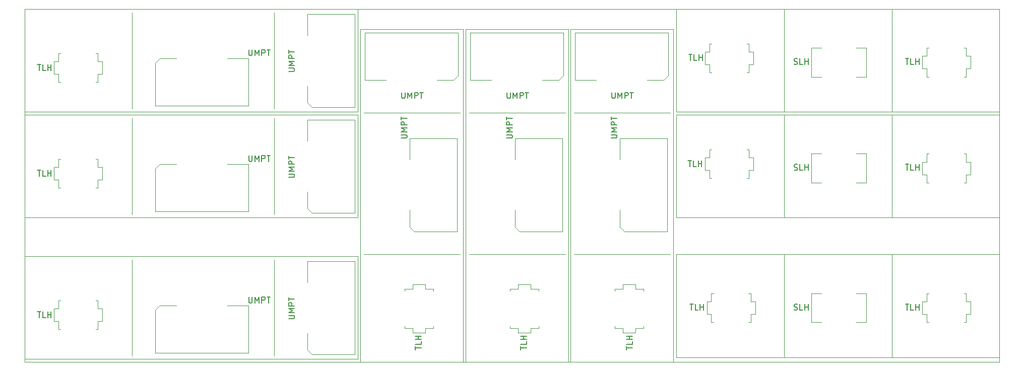
<source format=gbr>
G04 #@! TF.GenerationSoftware,KiCad,Pcbnew,(5.1.4)-1*
G04 #@! TF.CreationDate,2019-11-22T14:34:32-08:00*
G04 #@! TF.ProjectId,Type1 Termination Board v2 (UMPT_ TLH),54797065-3120-4546-9572-6d696e617469,rev?*
G04 #@! TF.SameCoordinates,Original*
G04 #@! TF.FileFunction,Legend,Top*
G04 #@! TF.FilePolarity,Positive*
%FSLAX46Y46*%
G04 Gerber Fmt 4.6, Leading zero omitted, Abs format (unit mm)*
G04 Created by KiCad (PCBNEW (5.1.4)-1) date 2019-11-22 14:34:32*
%MOMM*%
%LPD*%
G04 APERTURE LIST*
%ADD10C,0.050000*%
%ADD11C,0.120000*%
%ADD12C,0.150000*%
G04 APERTURE END LIST*
D10*
X175900000Y-70700000D02*
X175900000Y-71500000D01*
X12100000Y-71500000D02*
X12100000Y-12100000D01*
X175900000Y-71500000D02*
X12100000Y-71500000D01*
X175900000Y-12100000D02*
X175900000Y-70700000D01*
X12100000Y-12100000D02*
X175900000Y-12100000D01*
X157800000Y-53400000D02*
X157800000Y-70700000D01*
X157800000Y-29900000D02*
X157800000Y-47200000D01*
X157800000Y-29400000D02*
X139700000Y-29400000D01*
X139700000Y-29400000D02*
X139700000Y-12100000D01*
X157800000Y-12100000D02*
X157800000Y-29400000D01*
X139700000Y-29400000D02*
X139700000Y-12100000D01*
X157800000Y-47200000D02*
X139700000Y-47200000D01*
X139700000Y-47200000D02*
X139700000Y-29900000D01*
X157800000Y-29900000D02*
X157800000Y-47200000D01*
X139700000Y-47200000D02*
X139700000Y-29900000D01*
X139700000Y-29900000D02*
X157800000Y-29900000D01*
X157800000Y-70700000D02*
X139700000Y-70700000D01*
X139700000Y-70700000D02*
X139700000Y-53400000D01*
X157800000Y-53400000D02*
X157800000Y-70700000D01*
X139700000Y-70700000D02*
X139700000Y-53400000D01*
X139700000Y-53400000D02*
X157800000Y-53400000D01*
X157800000Y-53400000D02*
X175900000Y-53400000D01*
X175900000Y-70700000D02*
X157800000Y-70700000D01*
X157800000Y-29900000D02*
X175900000Y-29900000D01*
X175900000Y-47200000D02*
X157800000Y-47200000D01*
X157800000Y-29400000D02*
X157800000Y-12100000D01*
X175900000Y-29400000D02*
X157800000Y-29400000D01*
X121600000Y-70700000D02*
X121600000Y-53400000D01*
X139700000Y-53400000D02*
X139700000Y-70700000D01*
X121600000Y-53400000D02*
X139700000Y-53400000D01*
X139700000Y-70700000D02*
X121600000Y-70700000D01*
X157100000Y-70700000D02*
X139700000Y-70700000D01*
X139700000Y-70700000D02*
X139700000Y-53400000D01*
X139700000Y-53400000D02*
X157100000Y-53400000D01*
X139700000Y-29900000D02*
X139700000Y-47200000D01*
X121600000Y-47200000D02*
X121600000Y-29900000D01*
X139700000Y-47200000D02*
X121600000Y-47200000D01*
X121600000Y-29900000D02*
X139700000Y-29900000D01*
X140200000Y-29900000D02*
X157600000Y-29900000D01*
X157600000Y-47200000D02*
X140200000Y-47200000D01*
X139700000Y-12100000D02*
X139700000Y-29400000D01*
X121600000Y-29400000D02*
X121600000Y-12100000D01*
X139700000Y-29400000D02*
X121600000Y-29400000D01*
X157800000Y-12100000D02*
X157800000Y-29400000D01*
X157800000Y-29400000D02*
X140400000Y-29400000D01*
X121100000Y-15500000D02*
X121100000Y-29000000D01*
D11*
X104400000Y-29600000D02*
X120600000Y-29600000D01*
D10*
X103800000Y-15500000D02*
X121100000Y-15500000D01*
D11*
X104400000Y-53400000D02*
X120600000Y-53400000D01*
D10*
X121100000Y-54100000D02*
X121100000Y-71500000D01*
X103800000Y-29000000D02*
X103800000Y-15500000D01*
X103800000Y-71500000D02*
X103800000Y-54100000D01*
X103800000Y-54100000D02*
X103800000Y-29000000D01*
X121100000Y-29000000D02*
X121100000Y-54100000D01*
X103500000Y-15500000D02*
X103500000Y-29000000D01*
D11*
X86800000Y-29600000D02*
X103000000Y-29600000D01*
D10*
X86200000Y-15500000D02*
X103500000Y-15500000D01*
D11*
X86800000Y-53400000D02*
X103000000Y-53400000D01*
D10*
X103500000Y-54100000D02*
X103500000Y-71500000D01*
X86200000Y-29000000D02*
X86200000Y-15500000D01*
X86200000Y-71500000D02*
X86200000Y-54100000D01*
X86200000Y-54100000D02*
X86200000Y-29000000D01*
X103500000Y-29000000D02*
X103500000Y-54100000D01*
X68100000Y-29400000D02*
X54600000Y-29400000D01*
D11*
X54000000Y-12700000D02*
X54000000Y-28900000D01*
D10*
X68100000Y-12100000D02*
X68100000Y-29400000D01*
D11*
X30200000Y-12700000D02*
X30200000Y-28900000D01*
D10*
X29500000Y-29400000D02*
X12100000Y-29400000D01*
X54600000Y-29400000D02*
X29500000Y-29400000D01*
X85800000Y-15500000D02*
X85800000Y-29000000D01*
D11*
X69100000Y-29600000D02*
X85300000Y-29600000D01*
D10*
X68500000Y-15500000D02*
X85800000Y-15500000D01*
D11*
X69100000Y-53400000D02*
X85300000Y-53400000D01*
D10*
X85800000Y-54100000D02*
X85800000Y-71500000D01*
X68500000Y-29000000D02*
X68500000Y-15500000D01*
X68500000Y-71500000D02*
X68500000Y-54100000D01*
X68500000Y-54100000D02*
X68500000Y-29000000D01*
X85800000Y-29000000D02*
X85800000Y-54100000D01*
X68100000Y-47200000D02*
X54600000Y-47200000D01*
D11*
X54000000Y-30500000D02*
X54000000Y-46700000D01*
D10*
X68100000Y-29900000D02*
X68100000Y-47200000D01*
D11*
X30200000Y-30500000D02*
X30200000Y-46700000D01*
D10*
X29500000Y-47200000D02*
X12100000Y-47200000D01*
X54600000Y-29900000D02*
X68100000Y-29900000D01*
X12100000Y-29900000D02*
X29500000Y-29900000D01*
X29500000Y-29900000D02*
X54600000Y-29900000D01*
X54600000Y-47200000D02*
X29500000Y-47200000D01*
X68100000Y-71000000D02*
X54600000Y-71000000D01*
D11*
X54000000Y-54300000D02*
X54000000Y-70500000D01*
D10*
X68100000Y-53700000D02*
X68100000Y-71000000D01*
D11*
X30200000Y-54300000D02*
X30200000Y-70500000D01*
D10*
X29500000Y-71000000D02*
X12100000Y-71000000D01*
X54600000Y-53700000D02*
X68100000Y-53700000D01*
X12100000Y-53700000D02*
X29500000Y-53700000D01*
X29500000Y-53700000D02*
X54600000Y-53700000D01*
X54600000Y-71000000D02*
X29500000Y-71000000D01*
D11*
X144300000Y-23525000D02*
X144300000Y-18700000D01*
X153500000Y-23525000D02*
X151800000Y-23525000D01*
X146000000Y-23525000D02*
X144300000Y-23525000D01*
X144300000Y-18675000D02*
X146000000Y-18675000D01*
X153500000Y-23500000D02*
X153500000Y-23525000D01*
X144300000Y-18700000D02*
X144300000Y-18675000D01*
X151800000Y-18675000D02*
X153500000Y-18675000D01*
X153500000Y-18675000D02*
X153500000Y-23500000D01*
X144300000Y-41325000D02*
X144300000Y-36500000D01*
X153500000Y-41325000D02*
X151800000Y-41325000D01*
X146000000Y-41325000D02*
X144300000Y-41325000D01*
X144300000Y-36475000D02*
X146000000Y-36475000D01*
X153500000Y-41300000D02*
X153500000Y-41325000D01*
X144300000Y-36500000D02*
X144300000Y-36475000D01*
X151800000Y-36475000D02*
X153500000Y-36475000D01*
X153500000Y-36475000D02*
X153500000Y-41300000D01*
X144300000Y-64825000D02*
X144300000Y-60000000D01*
X153500000Y-64825000D02*
X151800000Y-64825000D01*
X146000000Y-64825000D02*
X144300000Y-64825000D01*
X144300000Y-59975000D02*
X146000000Y-59975000D01*
X153500000Y-64800000D02*
X153500000Y-64825000D01*
X144300000Y-60000000D02*
X144300000Y-59975000D01*
X151800000Y-59975000D02*
X153500000Y-59975000D01*
X153500000Y-59975000D02*
X153500000Y-64800000D01*
X171075000Y-61350000D02*
X171075000Y-63450000D01*
X170325000Y-63450000D02*
X170325000Y-64825000D01*
X162925000Y-61350000D02*
X163675000Y-61350000D01*
X170325000Y-61350000D02*
X171075000Y-61350000D01*
X170300000Y-59975000D02*
X170325000Y-59975000D01*
X170325000Y-59975000D02*
X170325000Y-61350000D01*
X163700000Y-64825000D02*
X163675000Y-64825000D01*
X163675000Y-59975000D02*
X164050000Y-59975000D01*
X171075000Y-63450000D02*
X170325000Y-63450000D01*
X169950000Y-59975000D02*
X170300000Y-59975000D01*
X170325000Y-64825000D02*
X169950000Y-64825000D01*
X163675000Y-64825000D02*
X163675000Y-63450000D01*
X163675000Y-63450000D02*
X162925000Y-63450000D01*
X163675000Y-61350000D02*
X163675000Y-59975000D01*
X162925000Y-63450000D02*
X162925000Y-61350000D01*
X164050000Y-64825000D02*
X163700000Y-64825000D01*
X171075000Y-37850000D02*
X171075000Y-39950000D01*
X170325000Y-39950000D02*
X170325000Y-41325000D01*
X162925000Y-37850000D02*
X163675000Y-37850000D01*
X170325000Y-37850000D02*
X171075000Y-37850000D01*
X170300000Y-36475000D02*
X170325000Y-36475000D01*
X170325000Y-36475000D02*
X170325000Y-37850000D01*
X163700000Y-41325000D02*
X163675000Y-41325000D01*
X163675000Y-36475000D02*
X164050000Y-36475000D01*
X171075000Y-39950000D02*
X170325000Y-39950000D01*
X169950000Y-36475000D02*
X170300000Y-36475000D01*
X170325000Y-41325000D02*
X169950000Y-41325000D01*
X163675000Y-41325000D02*
X163675000Y-39950000D01*
X163675000Y-39950000D02*
X162925000Y-39950000D01*
X163675000Y-37850000D02*
X163675000Y-36475000D01*
X162925000Y-39950000D02*
X162925000Y-37850000D01*
X164050000Y-41325000D02*
X163700000Y-41325000D01*
X171075000Y-20050000D02*
X171075000Y-22150000D01*
X170325000Y-22150000D02*
X170325000Y-23525000D01*
X162925000Y-20050000D02*
X163675000Y-20050000D01*
X170325000Y-20050000D02*
X171075000Y-20050000D01*
X170300000Y-18675000D02*
X170325000Y-18675000D01*
X170325000Y-18675000D02*
X170325000Y-20050000D01*
X163700000Y-23525000D02*
X163675000Y-23525000D01*
X163675000Y-18675000D02*
X164050000Y-18675000D01*
X171075000Y-22150000D02*
X170325000Y-22150000D01*
X169950000Y-18675000D02*
X170300000Y-18675000D01*
X170325000Y-23525000D02*
X169950000Y-23525000D01*
X163675000Y-23525000D02*
X163675000Y-22150000D01*
X163675000Y-22150000D02*
X162925000Y-22150000D01*
X163675000Y-20050000D02*
X163675000Y-18675000D01*
X162925000Y-22150000D02*
X162925000Y-20050000D01*
X164050000Y-23525000D02*
X163700000Y-23525000D01*
X134875000Y-61350000D02*
X134875000Y-63450000D01*
X134125000Y-63450000D02*
X134125000Y-64825000D01*
X126725000Y-61350000D02*
X127475000Y-61350000D01*
X134125000Y-61350000D02*
X134875000Y-61350000D01*
X134100000Y-59975000D02*
X134125000Y-59975000D01*
X134125000Y-59975000D02*
X134125000Y-61350000D01*
X127500000Y-64825000D02*
X127475000Y-64825000D01*
X127475000Y-59975000D02*
X127850000Y-59975000D01*
X134875000Y-63450000D02*
X134125000Y-63450000D01*
X133750000Y-59975000D02*
X134100000Y-59975000D01*
X134125000Y-64825000D02*
X133750000Y-64825000D01*
X127475000Y-64825000D02*
X127475000Y-63450000D01*
X127475000Y-63450000D02*
X126725000Y-63450000D01*
X127475000Y-61350000D02*
X127475000Y-59975000D01*
X126725000Y-63450000D02*
X126725000Y-61350000D01*
X127850000Y-64825000D02*
X127500000Y-64825000D01*
X126425000Y-39250000D02*
X126425000Y-37150000D01*
X127175000Y-37150000D02*
X127175000Y-35775000D01*
X134575000Y-39250000D02*
X133825000Y-39250000D01*
X127175000Y-39250000D02*
X126425000Y-39250000D01*
X127200000Y-40625000D02*
X127175000Y-40625000D01*
X127175000Y-40625000D02*
X127175000Y-39250000D01*
X133800000Y-35775000D02*
X133825000Y-35775000D01*
X133825000Y-40625000D02*
X133450000Y-40625000D01*
X126425000Y-37150000D02*
X127175000Y-37150000D01*
X127550000Y-40625000D02*
X127200000Y-40625000D01*
X127175000Y-35775000D02*
X127550000Y-35775000D01*
X133825000Y-35775000D02*
X133825000Y-37150000D01*
X133825000Y-37150000D02*
X134575000Y-37150000D01*
X133825000Y-39250000D02*
X133825000Y-40625000D01*
X134575000Y-37150000D02*
X134575000Y-39250000D01*
X133450000Y-35775000D02*
X133800000Y-35775000D01*
X126425000Y-21450000D02*
X126425000Y-19350000D01*
X127175000Y-19350000D02*
X127175000Y-17975000D01*
X134575000Y-21450000D02*
X133825000Y-21450000D01*
X127175000Y-21450000D02*
X126425000Y-21450000D01*
X127200000Y-22825000D02*
X127175000Y-22825000D01*
X127175000Y-22825000D02*
X127175000Y-21450000D01*
X133800000Y-17975000D02*
X133825000Y-17975000D01*
X133825000Y-22825000D02*
X133450000Y-22825000D01*
X126425000Y-19350000D02*
X127175000Y-19350000D01*
X127550000Y-22825000D02*
X127200000Y-22825000D01*
X127175000Y-17975000D02*
X127550000Y-17975000D01*
X133825000Y-17975000D02*
X133825000Y-19350000D01*
X133825000Y-19350000D02*
X134575000Y-19350000D01*
X133825000Y-21450000D02*
X133825000Y-22825000D01*
X134575000Y-19350000D02*
X134575000Y-21450000D01*
X133450000Y-17975000D02*
X133800000Y-17975000D01*
X112650000Y-58425000D02*
X114750000Y-58425000D01*
X114750000Y-59175000D02*
X116125000Y-59175000D01*
X112650000Y-66575000D02*
X112650000Y-65825000D01*
X112650000Y-59175000D02*
X112650000Y-58425000D01*
X111275000Y-59200000D02*
X111275000Y-59175000D01*
X111275000Y-59175000D02*
X112650000Y-59175000D01*
X116125000Y-65800000D02*
X116125000Y-65825000D01*
X111275000Y-65825000D02*
X111275000Y-65450000D01*
X114750000Y-58425000D02*
X114750000Y-59175000D01*
X111275000Y-59550000D02*
X111275000Y-59200000D01*
X116125000Y-59175000D02*
X116125000Y-59550000D01*
X116125000Y-65825000D02*
X114750000Y-65825000D01*
X114750000Y-65825000D02*
X114750000Y-66575000D01*
X112650000Y-65825000D02*
X111275000Y-65825000D01*
X114750000Y-66575000D02*
X112650000Y-66575000D01*
X116125000Y-65450000D02*
X116125000Y-65800000D01*
X95050000Y-58425000D02*
X97150000Y-58425000D01*
X97150000Y-59175000D02*
X98525000Y-59175000D01*
X95050000Y-66575000D02*
X95050000Y-65825000D01*
X95050000Y-59175000D02*
X95050000Y-58425000D01*
X93675000Y-59200000D02*
X93675000Y-59175000D01*
X93675000Y-59175000D02*
X95050000Y-59175000D01*
X98525000Y-65800000D02*
X98525000Y-65825000D01*
X93675000Y-65825000D02*
X93675000Y-65450000D01*
X97150000Y-58425000D02*
X97150000Y-59175000D01*
X93675000Y-59550000D02*
X93675000Y-59200000D01*
X98525000Y-59175000D02*
X98525000Y-59550000D01*
X98525000Y-65825000D02*
X97150000Y-65825000D01*
X97150000Y-65825000D02*
X97150000Y-66575000D01*
X95050000Y-65825000D02*
X93675000Y-65825000D01*
X97150000Y-66575000D02*
X95050000Y-66575000D01*
X98525000Y-65450000D02*
X98525000Y-65800000D01*
X25175000Y-20950000D02*
X25175000Y-23050000D01*
X24425000Y-23050000D02*
X24425000Y-24425000D01*
X17025000Y-20950000D02*
X17775000Y-20950000D01*
X24425000Y-20950000D02*
X25175000Y-20950000D01*
X24400000Y-19575000D02*
X24425000Y-19575000D01*
X24425000Y-19575000D02*
X24425000Y-20950000D01*
X17800000Y-24425000D02*
X17775000Y-24425000D01*
X17775000Y-19575000D02*
X18150000Y-19575000D01*
X25175000Y-23050000D02*
X24425000Y-23050000D01*
X24050000Y-19575000D02*
X24400000Y-19575000D01*
X24425000Y-24425000D02*
X24050000Y-24425000D01*
X17775000Y-24425000D02*
X17775000Y-23050000D01*
X17775000Y-23050000D02*
X17025000Y-23050000D01*
X17775000Y-20950000D02*
X17775000Y-19575000D01*
X17025000Y-23050000D02*
X17025000Y-20950000D01*
X18150000Y-24425000D02*
X17800000Y-24425000D01*
X77350000Y-58425000D02*
X79450000Y-58425000D01*
X79450000Y-59175000D02*
X80825000Y-59175000D01*
X77350000Y-66575000D02*
X77350000Y-65825000D01*
X77350000Y-59175000D02*
X77350000Y-58425000D01*
X75975000Y-59200000D02*
X75975000Y-59175000D01*
X75975000Y-59175000D02*
X77350000Y-59175000D01*
X80825000Y-65800000D02*
X80825000Y-65825000D01*
X75975000Y-65825000D02*
X75975000Y-65450000D01*
X79450000Y-58425000D02*
X79450000Y-59175000D01*
X75975000Y-59550000D02*
X75975000Y-59200000D01*
X80825000Y-59175000D02*
X80825000Y-59550000D01*
X80825000Y-65825000D02*
X79450000Y-65825000D01*
X79450000Y-65825000D02*
X79450000Y-66575000D01*
X77350000Y-65825000D02*
X75975000Y-65825000D01*
X79450000Y-66575000D02*
X77350000Y-66575000D01*
X80825000Y-65450000D02*
X80825000Y-65800000D01*
X25175000Y-38750000D02*
X25175000Y-40850000D01*
X24425000Y-40850000D02*
X24425000Y-42225000D01*
X17025000Y-38750000D02*
X17775000Y-38750000D01*
X24425000Y-38750000D02*
X25175000Y-38750000D01*
X24400000Y-37375000D02*
X24425000Y-37375000D01*
X24425000Y-37375000D02*
X24425000Y-38750000D01*
X17800000Y-42225000D02*
X17775000Y-42225000D01*
X17775000Y-37375000D02*
X18150000Y-37375000D01*
X25175000Y-40850000D02*
X24425000Y-40850000D01*
X24050000Y-37375000D02*
X24400000Y-37375000D01*
X24425000Y-42225000D02*
X24050000Y-42225000D01*
X17775000Y-42225000D02*
X17775000Y-40850000D01*
X17775000Y-40850000D02*
X17025000Y-40850000D01*
X17775000Y-38750000D02*
X17775000Y-37375000D01*
X17025000Y-40850000D02*
X17025000Y-38750000D01*
X18150000Y-42225000D02*
X17800000Y-42225000D01*
X25175000Y-62550000D02*
X25175000Y-64650000D01*
X24425000Y-64650000D02*
X24425000Y-66025000D01*
X17025000Y-62550000D02*
X17775000Y-62550000D01*
X24425000Y-62550000D02*
X25175000Y-62550000D01*
X24400000Y-61175000D02*
X24425000Y-61175000D01*
X24425000Y-61175000D02*
X24425000Y-62550000D01*
X17800000Y-66025000D02*
X17775000Y-66025000D01*
X17775000Y-61175000D02*
X18150000Y-61175000D01*
X25175000Y-64650000D02*
X24425000Y-64650000D01*
X24050000Y-61175000D02*
X24400000Y-61175000D01*
X24425000Y-66025000D02*
X24050000Y-66025000D01*
X17775000Y-66025000D02*
X17775000Y-64650000D01*
X17775000Y-64650000D02*
X17025000Y-64650000D01*
X17775000Y-62550000D02*
X17775000Y-61175000D01*
X17025000Y-64650000D02*
X17025000Y-62550000D01*
X18150000Y-66025000D02*
X17800000Y-66025000D01*
X104575000Y-19000000D02*
X104575000Y-16150000D01*
X104575000Y-16150000D02*
X104575000Y-16125000D01*
X104575000Y-16125000D02*
X120225000Y-16125000D01*
X120225000Y-16125000D02*
X120225000Y-23325000D01*
X120225000Y-23325000D02*
X119475000Y-24075000D01*
X104600000Y-24075000D02*
X104575000Y-24075000D01*
X104575000Y-24075000D02*
X104575000Y-19000000D01*
X104575000Y-24075000D02*
X108150000Y-24075000D01*
X119475000Y-24075000D02*
X116650000Y-24075000D01*
X117200000Y-33875000D02*
X120050000Y-33875000D01*
X120050000Y-33875000D02*
X120075000Y-33875000D01*
X120075000Y-33875000D02*
X120075000Y-49525000D01*
X120075000Y-49525000D02*
X112875000Y-49525000D01*
X112875000Y-49525000D02*
X112125000Y-48775000D01*
X112125000Y-33900000D02*
X112125000Y-33875000D01*
X112125000Y-33875000D02*
X117200000Y-33875000D01*
X112125000Y-33875000D02*
X112125000Y-37450000D01*
X112125000Y-48775000D02*
X112125000Y-45950000D01*
X86975000Y-19000000D02*
X86975000Y-16150000D01*
X86975000Y-16150000D02*
X86975000Y-16125000D01*
X86975000Y-16125000D02*
X102625000Y-16125000D01*
X102625000Y-16125000D02*
X102625000Y-23325000D01*
X102625000Y-23325000D02*
X101875000Y-24075000D01*
X87000000Y-24075000D02*
X86975000Y-24075000D01*
X86975000Y-24075000D02*
X86975000Y-19000000D01*
X86975000Y-24075000D02*
X90550000Y-24075000D01*
X101875000Y-24075000D02*
X99050000Y-24075000D01*
X99600000Y-33875000D02*
X102450000Y-33875000D01*
X102450000Y-33875000D02*
X102475000Y-33875000D01*
X102475000Y-33875000D02*
X102475000Y-49525000D01*
X102475000Y-49525000D02*
X95275000Y-49525000D01*
X95275000Y-49525000D02*
X94525000Y-48775000D01*
X94525000Y-33900000D02*
X94525000Y-33875000D01*
X94525000Y-33875000D02*
X99600000Y-33875000D01*
X94525000Y-33875000D02*
X94525000Y-37450000D01*
X94525000Y-48775000D02*
X94525000Y-45950000D01*
X64700000Y-12975000D02*
X67550000Y-12975000D01*
X67550000Y-12975000D02*
X67575000Y-12975000D01*
X67575000Y-12975000D02*
X67575000Y-28625000D01*
X67575000Y-28625000D02*
X60375000Y-28625000D01*
X60375000Y-28625000D02*
X59625000Y-27875000D01*
X59625000Y-13000000D02*
X59625000Y-12975000D01*
X59625000Y-12975000D02*
X64700000Y-12975000D01*
X59625000Y-12975000D02*
X59625000Y-16550000D01*
X59625000Y-27875000D02*
X59625000Y-25050000D01*
X49725000Y-25500000D02*
X49725000Y-28350000D01*
X49725000Y-28350000D02*
X49725000Y-28375000D01*
X49725000Y-28375000D02*
X34075000Y-28375000D01*
X34075000Y-28375000D02*
X34075000Y-21175000D01*
X34075000Y-21175000D02*
X34825000Y-20425000D01*
X49700000Y-20425000D02*
X49725000Y-20425000D01*
X49725000Y-20425000D02*
X49725000Y-25500000D01*
X49725000Y-20425000D02*
X46150000Y-20425000D01*
X34825000Y-20425000D02*
X37650000Y-20425000D01*
X69275000Y-19000000D02*
X69275000Y-16150000D01*
X69275000Y-16150000D02*
X69275000Y-16125000D01*
X69275000Y-16125000D02*
X84925000Y-16125000D01*
X84925000Y-16125000D02*
X84925000Y-23325000D01*
X84925000Y-23325000D02*
X84175000Y-24075000D01*
X69300000Y-24075000D02*
X69275000Y-24075000D01*
X69275000Y-24075000D02*
X69275000Y-19000000D01*
X69275000Y-24075000D02*
X72850000Y-24075000D01*
X84175000Y-24075000D02*
X81350000Y-24075000D01*
X81900000Y-33875000D02*
X84750000Y-33875000D01*
X84750000Y-33875000D02*
X84775000Y-33875000D01*
X84775000Y-33875000D02*
X84775000Y-49525000D01*
X84775000Y-49525000D02*
X77575000Y-49525000D01*
X77575000Y-49525000D02*
X76825000Y-48775000D01*
X76825000Y-33900000D02*
X76825000Y-33875000D01*
X76825000Y-33875000D02*
X81900000Y-33875000D01*
X76825000Y-33875000D02*
X76825000Y-37450000D01*
X76825000Y-48775000D02*
X76825000Y-45950000D01*
X64700000Y-30775000D02*
X67550000Y-30775000D01*
X67550000Y-30775000D02*
X67575000Y-30775000D01*
X67575000Y-30775000D02*
X67575000Y-46425000D01*
X67575000Y-46425000D02*
X60375000Y-46425000D01*
X60375000Y-46425000D02*
X59625000Y-45675000D01*
X59625000Y-30800000D02*
X59625000Y-30775000D01*
X59625000Y-30775000D02*
X64700000Y-30775000D01*
X59625000Y-30775000D02*
X59625000Y-34350000D01*
X59625000Y-45675000D02*
X59625000Y-42850000D01*
X49725000Y-43300000D02*
X49725000Y-46150000D01*
X49725000Y-46150000D02*
X49725000Y-46175000D01*
X49725000Y-46175000D02*
X34075000Y-46175000D01*
X34075000Y-46175000D02*
X34075000Y-38975000D01*
X34075000Y-38975000D02*
X34825000Y-38225000D01*
X49700000Y-38225000D02*
X49725000Y-38225000D01*
X49725000Y-38225000D02*
X49725000Y-43300000D01*
X49725000Y-38225000D02*
X46150000Y-38225000D01*
X34825000Y-38225000D02*
X37650000Y-38225000D01*
X64700000Y-54575000D02*
X67550000Y-54575000D01*
X67550000Y-54575000D02*
X67575000Y-54575000D01*
X67575000Y-54575000D02*
X67575000Y-70225000D01*
X67575000Y-70225000D02*
X60375000Y-70225000D01*
X60375000Y-70225000D02*
X59625000Y-69475000D01*
X59625000Y-54600000D02*
X59625000Y-54575000D01*
X59625000Y-54575000D02*
X64700000Y-54575000D01*
X59625000Y-54575000D02*
X59625000Y-58150000D01*
X59625000Y-69475000D02*
X59625000Y-66650000D01*
X49725000Y-67100000D02*
X49725000Y-69950000D01*
X49725000Y-69950000D02*
X49725000Y-69975000D01*
X49725000Y-69975000D02*
X34075000Y-69975000D01*
X34075000Y-69975000D02*
X34075000Y-62775000D01*
X34075000Y-62775000D02*
X34825000Y-62025000D01*
X49700000Y-62025000D02*
X49725000Y-62025000D01*
X49725000Y-62025000D02*
X49725000Y-67100000D01*
X49725000Y-62025000D02*
X46150000Y-62025000D01*
X34825000Y-62025000D02*
X37650000Y-62025000D01*
D12*
X141385714Y-21404761D02*
X141528571Y-21452380D01*
X141766666Y-21452380D01*
X141861904Y-21404761D01*
X141909523Y-21357142D01*
X141957142Y-21261904D01*
X141957142Y-21166666D01*
X141909523Y-21071428D01*
X141861904Y-21023809D01*
X141766666Y-20976190D01*
X141576190Y-20928571D01*
X141480952Y-20880952D01*
X141433333Y-20833333D01*
X141385714Y-20738095D01*
X141385714Y-20642857D01*
X141433333Y-20547619D01*
X141480952Y-20500000D01*
X141576190Y-20452380D01*
X141814285Y-20452380D01*
X141957142Y-20500000D01*
X142861904Y-21452380D02*
X142385714Y-21452380D01*
X142385714Y-20452380D01*
X143195238Y-21452380D02*
X143195238Y-20452380D01*
X143195238Y-20928571D02*
X143766666Y-20928571D01*
X143766666Y-21452380D02*
X143766666Y-20452380D01*
X141385714Y-39204761D02*
X141528571Y-39252380D01*
X141766666Y-39252380D01*
X141861904Y-39204761D01*
X141909523Y-39157142D01*
X141957142Y-39061904D01*
X141957142Y-38966666D01*
X141909523Y-38871428D01*
X141861904Y-38823809D01*
X141766666Y-38776190D01*
X141576190Y-38728571D01*
X141480952Y-38680952D01*
X141433333Y-38633333D01*
X141385714Y-38538095D01*
X141385714Y-38442857D01*
X141433333Y-38347619D01*
X141480952Y-38300000D01*
X141576190Y-38252380D01*
X141814285Y-38252380D01*
X141957142Y-38300000D01*
X142861904Y-39252380D02*
X142385714Y-39252380D01*
X142385714Y-38252380D01*
X143195238Y-39252380D02*
X143195238Y-38252380D01*
X143195238Y-38728571D02*
X143766666Y-38728571D01*
X143766666Y-39252380D02*
X143766666Y-38252380D01*
X141385714Y-62704761D02*
X141528571Y-62752380D01*
X141766666Y-62752380D01*
X141861904Y-62704761D01*
X141909523Y-62657142D01*
X141957142Y-62561904D01*
X141957142Y-62466666D01*
X141909523Y-62371428D01*
X141861904Y-62323809D01*
X141766666Y-62276190D01*
X141576190Y-62228571D01*
X141480952Y-62180952D01*
X141433333Y-62133333D01*
X141385714Y-62038095D01*
X141385714Y-61942857D01*
X141433333Y-61847619D01*
X141480952Y-61800000D01*
X141576190Y-61752380D01*
X141814285Y-61752380D01*
X141957142Y-61800000D01*
X142861904Y-62752380D02*
X142385714Y-62752380D01*
X142385714Y-61752380D01*
X143195238Y-62752380D02*
X143195238Y-61752380D01*
X143195238Y-62228571D02*
X143766666Y-62228571D01*
X143766666Y-62752380D02*
X143766666Y-61752380D01*
X160085714Y-61752380D02*
X160657142Y-61752380D01*
X160371428Y-62752380D02*
X160371428Y-61752380D01*
X161466666Y-62752380D02*
X160990476Y-62752380D01*
X160990476Y-61752380D01*
X161800000Y-62752380D02*
X161800000Y-61752380D01*
X161800000Y-62228571D02*
X162371428Y-62228571D01*
X162371428Y-62752380D02*
X162371428Y-61752380D01*
X160085714Y-38252380D02*
X160657142Y-38252380D01*
X160371428Y-39252380D02*
X160371428Y-38252380D01*
X161466666Y-39252380D02*
X160990476Y-39252380D01*
X160990476Y-38252380D01*
X161800000Y-39252380D02*
X161800000Y-38252380D01*
X161800000Y-38728571D02*
X162371428Y-38728571D01*
X162371428Y-39252380D02*
X162371428Y-38252380D01*
X160085714Y-20452380D02*
X160657142Y-20452380D01*
X160371428Y-21452380D02*
X160371428Y-20452380D01*
X161466666Y-21452380D02*
X160990476Y-21452380D01*
X160990476Y-20452380D01*
X161800000Y-21452380D02*
X161800000Y-20452380D01*
X161800000Y-20928571D02*
X162371428Y-20928571D01*
X162371428Y-21452380D02*
X162371428Y-20452380D01*
X123885714Y-61752380D02*
X124457142Y-61752380D01*
X124171428Y-62752380D02*
X124171428Y-61752380D01*
X125266666Y-62752380D02*
X124790476Y-62752380D01*
X124790476Y-61752380D01*
X125600000Y-62752380D02*
X125600000Y-61752380D01*
X125600000Y-62228571D02*
X126171428Y-62228571D01*
X126171428Y-62752380D02*
X126171428Y-61752380D01*
X123585714Y-37652380D02*
X124157142Y-37652380D01*
X123871428Y-38652380D02*
X123871428Y-37652380D01*
X124966666Y-38652380D02*
X124490476Y-38652380D01*
X124490476Y-37652380D01*
X125300000Y-38652380D02*
X125300000Y-37652380D01*
X125300000Y-38128571D02*
X125871428Y-38128571D01*
X125871428Y-38652380D02*
X125871428Y-37652380D01*
X123685714Y-19752380D02*
X124257142Y-19752380D01*
X123971428Y-20752380D02*
X123971428Y-19752380D01*
X125066666Y-20752380D02*
X124590476Y-20752380D01*
X124590476Y-19752380D01*
X125400000Y-20752380D02*
X125400000Y-19752380D01*
X125400000Y-20228571D02*
X125971428Y-20228571D01*
X125971428Y-20752380D02*
X125971428Y-19752380D01*
X113252380Y-69414285D02*
X113252380Y-68842857D01*
X114252380Y-69128571D02*
X113252380Y-69128571D01*
X114252380Y-68033333D02*
X114252380Y-68509523D01*
X113252380Y-68509523D01*
X114252380Y-67700000D02*
X113252380Y-67700000D01*
X113728571Y-67700000D02*
X113728571Y-67128571D01*
X114252380Y-67128571D02*
X113252380Y-67128571D01*
X95452380Y-69414285D02*
X95452380Y-68842857D01*
X96452380Y-69128571D02*
X95452380Y-69128571D01*
X96452380Y-68033333D02*
X96452380Y-68509523D01*
X95452380Y-68509523D01*
X96452380Y-67700000D02*
X95452380Y-67700000D01*
X95928571Y-67700000D02*
X95928571Y-67128571D01*
X96452380Y-67128571D02*
X95452380Y-67128571D01*
X14285714Y-21452380D02*
X14857142Y-21452380D01*
X14571428Y-22452380D02*
X14571428Y-21452380D01*
X15666666Y-22452380D02*
X15190476Y-22452380D01*
X15190476Y-21452380D01*
X16000000Y-22452380D02*
X16000000Y-21452380D01*
X16000000Y-21928571D02*
X16571428Y-21928571D01*
X16571428Y-22452380D02*
X16571428Y-21452380D01*
X77752380Y-69414285D02*
X77752380Y-68842857D01*
X78752380Y-69128571D02*
X77752380Y-69128571D01*
X78752380Y-68033333D02*
X78752380Y-68509523D01*
X77752380Y-68509523D01*
X78752380Y-67700000D02*
X77752380Y-67700000D01*
X78228571Y-67700000D02*
X78228571Y-67128571D01*
X78752380Y-67128571D02*
X77752380Y-67128571D01*
X14285714Y-39252380D02*
X14857142Y-39252380D01*
X14571428Y-40252380D02*
X14571428Y-39252380D01*
X15666666Y-40252380D02*
X15190476Y-40252380D01*
X15190476Y-39252380D01*
X16000000Y-40252380D02*
X16000000Y-39252380D01*
X16000000Y-39728571D02*
X16571428Y-39728571D01*
X16571428Y-40252380D02*
X16571428Y-39252380D01*
X14285714Y-63052380D02*
X14857142Y-63052380D01*
X14571428Y-64052380D02*
X14571428Y-63052380D01*
X15666666Y-64052380D02*
X15190476Y-64052380D01*
X15190476Y-63052380D01*
X16000000Y-64052380D02*
X16000000Y-63052380D01*
X16000000Y-63528571D02*
X16571428Y-63528571D01*
X16571428Y-64052380D02*
X16571428Y-63052380D01*
X110761904Y-26152380D02*
X110761904Y-26961904D01*
X110809523Y-27057142D01*
X110857142Y-27104761D01*
X110952380Y-27152380D01*
X111142857Y-27152380D01*
X111238095Y-27104761D01*
X111285714Y-27057142D01*
X111333333Y-26961904D01*
X111333333Y-26152380D01*
X111809523Y-27152380D02*
X111809523Y-26152380D01*
X112142857Y-26866666D01*
X112476190Y-26152380D01*
X112476190Y-27152380D01*
X112952380Y-27152380D02*
X112952380Y-26152380D01*
X113333333Y-26152380D01*
X113428571Y-26200000D01*
X113476190Y-26247619D01*
X113523809Y-26342857D01*
X113523809Y-26485714D01*
X113476190Y-26580952D01*
X113428571Y-26628571D01*
X113333333Y-26676190D01*
X112952380Y-26676190D01*
X113809523Y-26152380D02*
X114380952Y-26152380D01*
X114095238Y-27152380D02*
X114095238Y-26152380D01*
X110652380Y-33838095D02*
X111461904Y-33838095D01*
X111557142Y-33790476D01*
X111604761Y-33742857D01*
X111652380Y-33647619D01*
X111652380Y-33457142D01*
X111604761Y-33361904D01*
X111557142Y-33314285D01*
X111461904Y-33266666D01*
X110652380Y-33266666D01*
X111652380Y-32790476D02*
X110652380Y-32790476D01*
X111366666Y-32457142D01*
X110652380Y-32123809D01*
X111652380Y-32123809D01*
X111652380Y-31647619D02*
X110652380Y-31647619D01*
X110652380Y-31266666D01*
X110700000Y-31171428D01*
X110747619Y-31123809D01*
X110842857Y-31076190D01*
X110985714Y-31076190D01*
X111080952Y-31123809D01*
X111128571Y-31171428D01*
X111176190Y-31266666D01*
X111176190Y-31647619D01*
X110652380Y-30790476D02*
X110652380Y-30219047D01*
X111652380Y-30504761D02*
X110652380Y-30504761D01*
X93161904Y-26152380D02*
X93161904Y-26961904D01*
X93209523Y-27057142D01*
X93257142Y-27104761D01*
X93352380Y-27152380D01*
X93542857Y-27152380D01*
X93638095Y-27104761D01*
X93685714Y-27057142D01*
X93733333Y-26961904D01*
X93733333Y-26152380D01*
X94209523Y-27152380D02*
X94209523Y-26152380D01*
X94542857Y-26866666D01*
X94876190Y-26152380D01*
X94876190Y-27152380D01*
X95352380Y-27152380D02*
X95352380Y-26152380D01*
X95733333Y-26152380D01*
X95828571Y-26200000D01*
X95876190Y-26247619D01*
X95923809Y-26342857D01*
X95923809Y-26485714D01*
X95876190Y-26580952D01*
X95828571Y-26628571D01*
X95733333Y-26676190D01*
X95352380Y-26676190D01*
X96209523Y-26152380D02*
X96780952Y-26152380D01*
X96495238Y-27152380D02*
X96495238Y-26152380D01*
X93052380Y-33838095D02*
X93861904Y-33838095D01*
X93957142Y-33790476D01*
X94004761Y-33742857D01*
X94052380Y-33647619D01*
X94052380Y-33457142D01*
X94004761Y-33361904D01*
X93957142Y-33314285D01*
X93861904Y-33266666D01*
X93052380Y-33266666D01*
X94052380Y-32790476D02*
X93052380Y-32790476D01*
X93766666Y-32457142D01*
X93052380Y-32123809D01*
X94052380Y-32123809D01*
X94052380Y-31647619D02*
X93052380Y-31647619D01*
X93052380Y-31266666D01*
X93100000Y-31171428D01*
X93147619Y-31123809D01*
X93242857Y-31076190D01*
X93385714Y-31076190D01*
X93480952Y-31123809D01*
X93528571Y-31171428D01*
X93576190Y-31266666D01*
X93576190Y-31647619D01*
X93052380Y-30790476D02*
X93052380Y-30219047D01*
X94052380Y-30504761D02*
X93052380Y-30504761D01*
X56452380Y-22638095D02*
X57261904Y-22638095D01*
X57357142Y-22590476D01*
X57404761Y-22542857D01*
X57452380Y-22447619D01*
X57452380Y-22257142D01*
X57404761Y-22161904D01*
X57357142Y-22114285D01*
X57261904Y-22066666D01*
X56452380Y-22066666D01*
X57452380Y-21590476D02*
X56452380Y-21590476D01*
X57166666Y-21257142D01*
X56452380Y-20923809D01*
X57452380Y-20923809D01*
X57452380Y-20447619D02*
X56452380Y-20447619D01*
X56452380Y-20066666D01*
X56500000Y-19971428D01*
X56547619Y-19923809D01*
X56642857Y-19876190D01*
X56785714Y-19876190D01*
X56880952Y-19923809D01*
X56928571Y-19971428D01*
X56976190Y-20066666D01*
X56976190Y-20447619D01*
X56452380Y-19590476D02*
X56452380Y-19019047D01*
X57452380Y-19304761D02*
X56452380Y-19304761D01*
X49761904Y-18952380D02*
X49761904Y-19761904D01*
X49809523Y-19857142D01*
X49857142Y-19904761D01*
X49952380Y-19952380D01*
X50142857Y-19952380D01*
X50238095Y-19904761D01*
X50285714Y-19857142D01*
X50333333Y-19761904D01*
X50333333Y-18952380D01*
X50809523Y-19952380D02*
X50809523Y-18952380D01*
X51142857Y-19666666D01*
X51476190Y-18952380D01*
X51476190Y-19952380D01*
X51952380Y-19952380D02*
X51952380Y-18952380D01*
X52333333Y-18952380D01*
X52428571Y-19000000D01*
X52476190Y-19047619D01*
X52523809Y-19142857D01*
X52523809Y-19285714D01*
X52476190Y-19380952D01*
X52428571Y-19428571D01*
X52333333Y-19476190D01*
X51952380Y-19476190D01*
X52809523Y-18952380D02*
X53380952Y-18952380D01*
X53095238Y-19952380D02*
X53095238Y-18952380D01*
X75461904Y-26152380D02*
X75461904Y-26961904D01*
X75509523Y-27057142D01*
X75557142Y-27104761D01*
X75652380Y-27152380D01*
X75842857Y-27152380D01*
X75938095Y-27104761D01*
X75985714Y-27057142D01*
X76033333Y-26961904D01*
X76033333Y-26152380D01*
X76509523Y-27152380D02*
X76509523Y-26152380D01*
X76842857Y-26866666D01*
X77176190Y-26152380D01*
X77176190Y-27152380D01*
X77652380Y-27152380D02*
X77652380Y-26152380D01*
X78033333Y-26152380D01*
X78128571Y-26200000D01*
X78176190Y-26247619D01*
X78223809Y-26342857D01*
X78223809Y-26485714D01*
X78176190Y-26580952D01*
X78128571Y-26628571D01*
X78033333Y-26676190D01*
X77652380Y-26676190D01*
X78509523Y-26152380D02*
X79080952Y-26152380D01*
X78795238Y-27152380D02*
X78795238Y-26152380D01*
X75352380Y-33838095D02*
X76161904Y-33838095D01*
X76257142Y-33790476D01*
X76304761Y-33742857D01*
X76352380Y-33647619D01*
X76352380Y-33457142D01*
X76304761Y-33361904D01*
X76257142Y-33314285D01*
X76161904Y-33266666D01*
X75352380Y-33266666D01*
X76352380Y-32790476D02*
X75352380Y-32790476D01*
X76066666Y-32457142D01*
X75352380Y-32123809D01*
X76352380Y-32123809D01*
X76352380Y-31647619D02*
X75352380Y-31647619D01*
X75352380Y-31266666D01*
X75400000Y-31171428D01*
X75447619Y-31123809D01*
X75542857Y-31076190D01*
X75685714Y-31076190D01*
X75780952Y-31123809D01*
X75828571Y-31171428D01*
X75876190Y-31266666D01*
X75876190Y-31647619D01*
X75352380Y-30790476D02*
X75352380Y-30219047D01*
X76352380Y-30504761D02*
X75352380Y-30504761D01*
X56452380Y-40438095D02*
X57261904Y-40438095D01*
X57357142Y-40390476D01*
X57404761Y-40342857D01*
X57452380Y-40247619D01*
X57452380Y-40057142D01*
X57404761Y-39961904D01*
X57357142Y-39914285D01*
X57261904Y-39866666D01*
X56452380Y-39866666D01*
X57452380Y-39390476D02*
X56452380Y-39390476D01*
X57166666Y-39057142D01*
X56452380Y-38723809D01*
X57452380Y-38723809D01*
X57452380Y-38247619D02*
X56452380Y-38247619D01*
X56452380Y-37866666D01*
X56500000Y-37771428D01*
X56547619Y-37723809D01*
X56642857Y-37676190D01*
X56785714Y-37676190D01*
X56880952Y-37723809D01*
X56928571Y-37771428D01*
X56976190Y-37866666D01*
X56976190Y-38247619D01*
X56452380Y-37390476D02*
X56452380Y-36819047D01*
X57452380Y-37104761D02*
X56452380Y-37104761D01*
X49761904Y-36752380D02*
X49761904Y-37561904D01*
X49809523Y-37657142D01*
X49857142Y-37704761D01*
X49952380Y-37752380D01*
X50142857Y-37752380D01*
X50238095Y-37704761D01*
X50285714Y-37657142D01*
X50333333Y-37561904D01*
X50333333Y-36752380D01*
X50809523Y-37752380D02*
X50809523Y-36752380D01*
X51142857Y-37466666D01*
X51476190Y-36752380D01*
X51476190Y-37752380D01*
X51952380Y-37752380D02*
X51952380Y-36752380D01*
X52333333Y-36752380D01*
X52428571Y-36800000D01*
X52476190Y-36847619D01*
X52523809Y-36942857D01*
X52523809Y-37085714D01*
X52476190Y-37180952D01*
X52428571Y-37228571D01*
X52333333Y-37276190D01*
X51952380Y-37276190D01*
X52809523Y-36752380D02*
X53380952Y-36752380D01*
X53095238Y-37752380D02*
X53095238Y-36752380D01*
X56452380Y-64238095D02*
X57261904Y-64238095D01*
X57357142Y-64190476D01*
X57404761Y-64142857D01*
X57452380Y-64047619D01*
X57452380Y-63857142D01*
X57404761Y-63761904D01*
X57357142Y-63714285D01*
X57261904Y-63666666D01*
X56452380Y-63666666D01*
X57452380Y-63190476D02*
X56452380Y-63190476D01*
X57166666Y-62857142D01*
X56452380Y-62523809D01*
X57452380Y-62523809D01*
X57452380Y-62047619D02*
X56452380Y-62047619D01*
X56452380Y-61666666D01*
X56500000Y-61571428D01*
X56547619Y-61523809D01*
X56642857Y-61476190D01*
X56785714Y-61476190D01*
X56880952Y-61523809D01*
X56928571Y-61571428D01*
X56976190Y-61666666D01*
X56976190Y-62047619D01*
X56452380Y-61190476D02*
X56452380Y-60619047D01*
X57452380Y-60904761D02*
X56452380Y-60904761D01*
X49761904Y-60552380D02*
X49761904Y-61361904D01*
X49809523Y-61457142D01*
X49857142Y-61504761D01*
X49952380Y-61552380D01*
X50142857Y-61552380D01*
X50238095Y-61504761D01*
X50285714Y-61457142D01*
X50333333Y-61361904D01*
X50333333Y-60552380D01*
X50809523Y-61552380D02*
X50809523Y-60552380D01*
X51142857Y-61266666D01*
X51476190Y-60552380D01*
X51476190Y-61552380D01*
X51952380Y-61552380D02*
X51952380Y-60552380D01*
X52333333Y-60552380D01*
X52428571Y-60600000D01*
X52476190Y-60647619D01*
X52523809Y-60742857D01*
X52523809Y-60885714D01*
X52476190Y-60980952D01*
X52428571Y-61028571D01*
X52333333Y-61076190D01*
X51952380Y-61076190D01*
X52809523Y-60552380D02*
X53380952Y-60552380D01*
X53095238Y-61552380D02*
X53095238Y-60552380D01*
M02*

</source>
